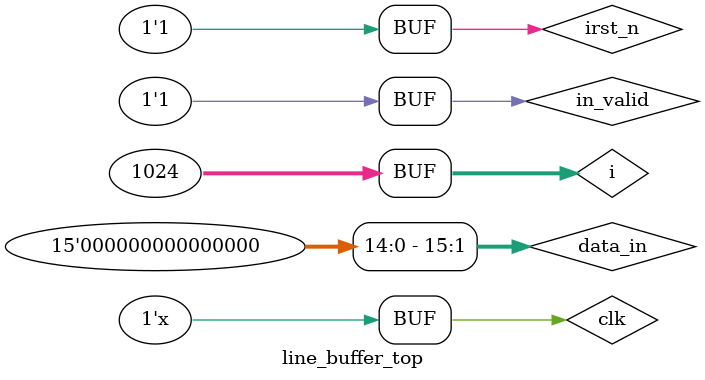
<source format=v>
`timescale 1ns/1ns
module line_buffer_top();
parameter dataColNum = 28;
parameter col_length= 5;
parameter wordlength = 16;

reg clk;
reg irst_n;
reg signed [wordlength-1:0] data_in;
reg in_valid;

wire out_valid;
wire signed [wordlength-1:0] pixels_0,pixels_1;


//iter
integer i,j,k;

initial begin
    #0      irst_n = 1;
            clk = 1;
    #10     irst_n = 0;
    #10     irst_n = 1;
    #100    in_valid = 1;
            for (i=0;i<1024;i=i+1)begin
                data_in[wordlength-1:0] = $random;
                #10;
            end
    #1000;
    
end




always #5 clk = ~clk;


Line_buffer_2x2 #(
.col_length(col_length),
.wordlength(wordlength),
.dataColNum(dataColNum)
) u1 (
.clk(clk),
.irst_n(irst_n),
.in_valid(in_valid),
.data_in(data_in),
.pixels_0(pixels_0),
.pixels_1(pixels_1),
.out_valid(out_valid)
);


MaxPool2d #(
.col_length(col_length),
.wordlength(wordlength),
.dataColNum(dataColNum)
) u2 (
.clk(clk),
.irst_n(irst_n),
.in_valid(out_valid),
.pixels_0(pixels_0),
.pixels_1(pixels_1),
.data_out(),
.out_valid()
);


endmodule

</source>
